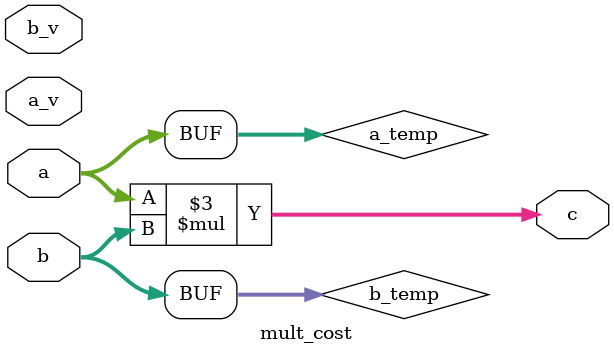
<source format=v>
module mult_cost(
		a, 
		b, 
		
		a_v,
		b_v,

		c
	);

	parameter a_size = 16;
	parameter b_size = 2;

	parameter a_v_en = 1'b0;
	parameter b_v_en = 1'b0;
	
	input signed [a_size-1 : 0] a;
	input signed [b_size-1 : 0] b;
		
	input a_v;
	input b_v;

	output signed [a_size+b_size-1 : 0] c;


	reg signed [a_size-1 : 0] a_temp;
	reg signed [b_size-1 : 0] b_temp;
	always @(*) begin
		if ( a_v_en == 1 ) begin 
			if (a_v == 1) begin
				a_temp = a;
			end else begin
				a_temp = 0;
			end 
		end else begin
			a_temp = a;
		end 
	end 
	always @(*) begin
		if ( b_v_en == 1 ) begin 
			if (b_v == 1) begin
				b_temp = b;
			end else begin
				b_temp = 0;
			end 
		end else begin
			b_temp = b;
		end 
	end 

	assign c = a_temp * b_temp;

endmodule 

</source>
